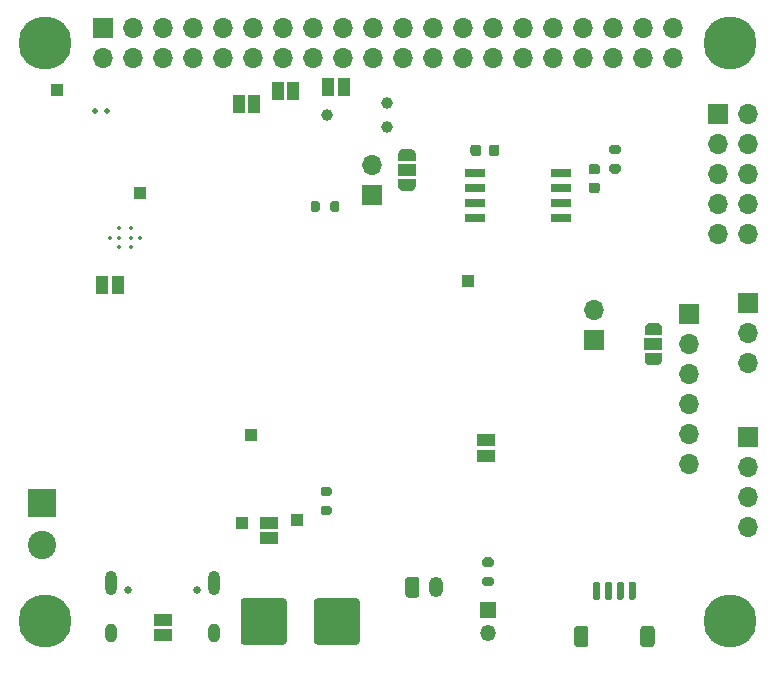
<source format=gbs>
G04 #@! TF.GenerationSoftware,KiCad,Pcbnew,(5.1.8)-1*
G04 #@! TF.CreationDate,2021-01-09T19:37:44-08:00*
G04 #@! TF.ProjectId,SuperPower-RPi-KiCAD,53757065-7250-46f7-9765-722d5250692d,rev?*
G04 #@! TF.SameCoordinates,Original*
G04 #@! TF.FileFunction,Soldermask,Bot*
G04 #@! TF.FilePolarity,Negative*
%FSLAX46Y46*%
G04 Gerber Fmt 4.6, Leading zero omitted, Abs format (unit mm)*
G04 Created by KiCad (PCBNEW (5.1.8)-1) date 2021-01-09 19:37:44*
%MOMM*%
%LPD*%
G01*
G04 APERTURE LIST*
%ADD10R,1.500000X1.000000*%
%ADD11R,1.000000X1.500000*%
%ADD12R,1.000000X1.000000*%
%ADD13O,1.200000X1.750000*%
%ADD14C,0.500000*%
%ADD15C,0.100000*%
%ADD16O,1.700000X1.700000*%
%ADD17R,1.700000X1.700000*%
%ADD18C,0.350000*%
%ADD19C,2.400000*%
%ADD20R,2.400000X2.400000*%
%ADD21R,1.700000X0.650000*%
%ADD22C,4.500000*%
%ADD23C,3.100000*%
%ADD24O,1.000000X2.100000*%
%ADD25C,0.650000*%
%ADD26O,1.000000X1.600000*%
%ADD27C,0.990600*%
%ADD28O,1.350000X1.350000*%
%ADD29R,1.350000X1.350000*%
G04 APERTURE END LIST*
D10*
X63470000Y-104160000D03*
X63470000Y-102860000D03*
D11*
X77470000Y-57730000D03*
X78770000Y-57730000D03*
X73220000Y-58100000D03*
X74520000Y-58100000D03*
X69900000Y-59180000D03*
X71200000Y-59180000D03*
D12*
X89290000Y-74130000D03*
X54540000Y-58020000D03*
G36*
G01*
X89515000Y-63360000D02*
X89515000Y-62860000D01*
G75*
G02*
X89740000Y-62635000I225000J0D01*
G01*
X90190000Y-62635000D01*
G75*
G02*
X90415000Y-62860000I0J-225000D01*
G01*
X90415000Y-63360000D01*
G75*
G02*
X90190000Y-63585000I-225000J0D01*
G01*
X89740000Y-63585000D01*
G75*
G02*
X89515000Y-63360000I0J225000D01*
G01*
G37*
G36*
G01*
X91065000Y-63360000D02*
X91065000Y-62860000D01*
G75*
G02*
X91290000Y-62635000I225000J0D01*
G01*
X91740000Y-62635000D01*
G75*
G02*
X91965000Y-62860000I0J-225000D01*
G01*
X91965000Y-63360000D01*
G75*
G02*
X91740000Y-63585000I-225000J0D01*
G01*
X91290000Y-63585000D01*
G75*
G02*
X91065000Y-63360000I0J225000D01*
G01*
G37*
D13*
X86600000Y-100100000D03*
G36*
G01*
X84000000Y-100725001D02*
X84000000Y-99474999D01*
G75*
G02*
X84249999Y-99225000I249999J0D01*
G01*
X84950001Y-99225000D01*
G75*
G02*
X85200000Y-99474999I0J-249999D01*
G01*
X85200000Y-100725001D01*
G75*
G02*
X84950001Y-100975000I-249999J0D01*
G01*
X84249999Y-100975000D01*
G75*
G02*
X84000000Y-100725001I0J249999D01*
G01*
G37*
D12*
X70900000Y-87200000D03*
D14*
X57750000Y-59750000D03*
X58750000Y-59750000D03*
D15*
G36*
X104260000Y-78750000D02*
G01*
X104260000Y-78200000D01*
X104260602Y-78200000D01*
X104260602Y-78175466D01*
X104265412Y-78126635D01*
X104274984Y-78078510D01*
X104289228Y-78031555D01*
X104308005Y-77986222D01*
X104331136Y-77942949D01*
X104358396Y-77902150D01*
X104389524Y-77864221D01*
X104424221Y-77829524D01*
X104462150Y-77798396D01*
X104502949Y-77771136D01*
X104546222Y-77748005D01*
X104591555Y-77729228D01*
X104638510Y-77714984D01*
X104686635Y-77705412D01*
X104735466Y-77700602D01*
X104760000Y-77700602D01*
X104760000Y-77700000D01*
X105260000Y-77700000D01*
X105260000Y-77700602D01*
X105284534Y-77700602D01*
X105333365Y-77705412D01*
X105381490Y-77714984D01*
X105428445Y-77729228D01*
X105473778Y-77748005D01*
X105517051Y-77771136D01*
X105557850Y-77798396D01*
X105595779Y-77829524D01*
X105630476Y-77864221D01*
X105661604Y-77902150D01*
X105688864Y-77942949D01*
X105711995Y-77986222D01*
X105730772Y-78031555D01*
X105745016Y-78078510D01*
X105754588Y-78126635D01*
X105759398Y-78175466D01*
X105759398Y-78200000D01*
X105760000Y-78200000D01*
X105760000Y-78750000D01*
X104260000Y-78750000D01*
G37*
D10*
X105010000Y-79500000D03*
D15*
G36*
X105759398Y-80800000D02*
G01*
X105759398Y-80824534D01*
X105754588Y-80873365D01*
X105745016Y-80921490D01*
X105730772Y-80968445D01*
X105711995Y-81013778D01*
X105688864Y-81057051D01*
X105661604Y-81097850D01*
X105630476Y-81135779D01*
X105595779Y-81170476D01*
X105557850Y-81201604D01*
X105517051Y-81228864D01*
X105473778Y-81251995D01*
X105428445Y-81270772D01*
X105381490Y-81285016D01*
X105333365Y-81294588D01*
X105284534Y-81299398D01*
X105260000Y-81299398D01*
X105260000Y-81300000D01*
X104760000Y-81300000D01*
X104760000Y-81299398D01*
X104735466Y-81299398D01*
X104686635Y-81294588D01*
X104638510Y-81285016D01*
X104591555Y-81270772D01*
X104546222Y-81251995D01*
X104502949Y-81228864D01*
X104462150Y-81201604D01*
X104424221Y-81170476D01*
X104389524Y-81135779D01*
X104358396Y-81097850D01*
X104331136Y-81057051D01*
X104308005Y-81013778D01*
X104289228Y-80968445D01*
X104274984Y-80921490D01*
X104265412Y-80873365D01*
X104260602Y-80824534D01*
X104260602Y-80800000D01*
X104260000Y-80800000D01*
X104260000Y-80250000D01*
X105760000Y-80250000D01*
X105760000Y-80800000D01*
X105759398Y-80800000D01*
G37*
G36*
X84880000Y-65530000D02*
G01*
X84880000Y-66080000D01*
X84879398Y-66080000D01*
X84879398Y-66104534D01*
X84874588Y-66153365D01*
X84865016Y-66201490D01*
X84850772Y-66248445D01*
X84831995Y-66293778D01*
X84808864Y-66337051D01*
X84781604Y-66377850D01*
X84750476Y-66415779D01*
X84715779Y-66450476D01*
X84677850Y-66481604D01*
X84637051Y-66508864D01*
X84593778Y-66531995D01*
X84548445Y-66550772D01*
X84501490Y-66565016D01*
X84453365Y-66574588D01*
X84404534Y-66579398D01*
X84380000Y-66579398D01*
X84380000Y-66580000D01*
X83880000Y-66580000D01*
X83880000Y-66579398D01*
X83855466Y-66579398D01*
X83806635Y-66574588D01*
X83758510Y-66565016D01*
X83711555Y-66550772D01*
X83666222Y-66531995D01*
X83622949Y-66508864D01*
X83582150Y-66481604D01*
X83544221Y-66450476D01*
X83509524Y-66415779D01*
X83478396Y-66377850D01*
X83451136Y-66337051D01*
X83428005Y-66293778D01*
X83409228Y-66248445D01*
X83394984Y-66201490D01*
X83385412Y-66153365D01*
X83380602Y-66104534D01*
X83380602Y-66080000D01*
X83380000Y-66080000D01*
X83380000Y-65530000D01*
X84880000Y-65530000D01*
G37*
D10*
X84130000Y-64780000D03*
D15*
G36*
X83380602Y-63480000D02*
G01*
X83380602Y-63455466D01*
X83385412Y-63406635D01*
X83394984Y-63358510D01*
X83409228Y-63311555D01*
X83428005Y-63266222D01*
X83451136Y-63222949D01*
X83478396Y-63182150D01*
X83509524Y-63144221D01*
X83544221Y-63109524D01*
X83582150Y-63078396D01*
X83622949Y-63051136D01*
X83666222Y-63028005D01*
X83711555Y-63009228D01*
X83758510Y-62994984D01*
X83806635Y-62985412D01*
X83855466Y-62980602D01*
X83880000Y-62980602D01*
X83880000Y-62980000D01*
X84380000Y-62980000D01*
X84380000Y-62980602D01*
X84404534Y-62980602D01*
X84453365Y-62985412D01*
X84501490Y-62994984D01*
X84548445Y-63009228D01*
X84593778Y-63028005D01*
X84637051Y-63051136D01*
X84677850Y-63078396D01*
X84715779Y-63109524D01*
X84750476Y-63144221D01*
X84781604Y-63182150D01*
X84808864Y-63222949D01*
X84831995Y-63266222D01*
X84850772Y-63311555D01*
X84865016Y-63358510D01*
X84874588Y-63406635D01*
X84879398Y-63455466D01*
X84879398Y-63480000D01*
X84880000Y-63480000D01*
X84880000Y-64030000D01*
X83380000Y-64030000D01*
X83380000Y-63480000D01*
X83380602Y-63480000D01*
G37*
D16*
X108000000Y-89700000D03*
X108000000Y-87160000D03*
X108000000Y-84620000D03*
X108000000Y-82080000D03*
X108000000Y-79540000D03*
D17*
X108000000Y-77000000D03*
D16*
X113040000Y-70160000D03*
X110500000Y-70160000D03*
X113040000Y-67620000D03*
X110500000Y-67620000D03*
X113040000Y-65080000D03*
X110500000Y-65080000D03*
X113040000Y-62540000D03*
X110500000Y-62540000D03*
X113040000Y-60000000D03*
D17*
X110500000Y-60000000D03*
D12*
X61500000Y-66700000D03*
D18*
X58975000Y-70500000D03*
X61525000Y-70500000D03*
X59725000Y-69725000D03*
X59725000Y-71275000D03*
X59725000Y-70500000D03*
X60775000Y-69725000D03*
X60775000Y-71275000D03*
X60775000Y-70500000D03*
D17*
X99950000Y-79200000D03*
D16*
X99950000Y-76660000D03*
D12*
X74800000Y-94400000D03*
X70160000Y-94670000D03*
G36*
G01*
X102025000Y-63425000D02*
X101475000Y-63425000D01*
G75*
G02*
X101275000Y-63225000I0J200000D01*
G01*
X101275000Y-62825000D01*
G75*
G02*
X101475000Y-62625000I200000J0D01*
G01*
X102025000Y-62625000D01*
G75*
G02*
X102225000Y-62825000I0J-200000D01*
G01*
X102225000Y-63225000D01*
G75*
G02*
X102025000Y-63425000I-200000J0D01*
G01*
G37*
G36*
G01*
X102025000Y-65075000D02*
X101475000Y-65075000D01*
G75*
G02*
X101275000Y-64875000I0J200000D01*
G01*
X101275000Y-64475000D01*
G75*
G02*
X101475000Y-64275000I200000J0D01*
G01*
X102025000Y-64275000D01*
G75*
G02*
X102225000Y-64475000I0J-200000D01*
G01*
X102225000Y-64875000D01*
G75*
G02*
X102025000Y-65075000I-200000J0D01*
G01*
G37*
G36*
G01*
X90725000Y-99225000D02*
X91275000Y-99225000D01*
G75*
G02*
X91475000Y-99425000I0J-200000D01*
G01*
X91475000Y-99825000D01*
G75*
G02*
X91275000Y-100025000I-200000J0D01*
G01*
X90725000Y-100025000D01*
G75*
G02*
X90525000Y-99825000I0J200000D01*
G01*
X90525000Y-99425000D01*
G75*
G02*
X90725000Y-99225000I200000J0D01*
G01*
G37*
G36*
G01*
X90725000Y-97575000D02*
X91275000Y-97575000D01*
G75*
G02*
X91475000Y-97775000I0J-200000D01*
G01*
X91475000Y-98175000D01*
G75*
G02*
X91275000Y-98375000I-200000J0D01*
G01*
X90725000Y-98375000D01*
G75*
G02*
X90525000Y-98175000I0J200000D01*
G01*
X90525000Y-97775000D01*
G75*
G02*
X90725000Y-97575000I200000J0D01*
G01*
G37*
D10*
X90850000Y-88950000D03*
X90850000Y-87650000D03*
X72500000Y-94650000D03*
X72500000Y-95950000D03*
D11*
X59650000Y-74500000D03*
X58350000Y-74500000D03*
G36*
G01*
X99500000Y-103624999D02*
X99500000Y-104925001D01*
G75*
G02*
X99250001Y-105175000I-249999J0D01*
G01*
X98549999Y-105175000D01*
G75*
G02*
X98300000Y-104925001I0J249999D01*
G01*
X98300000Y-103624999D01*
G75*
G02*
X98549999Y-103375000I249999J0D01*
G01*
X99250001Y-103375000D01*
G75*
G02*
X99500000Y-103624999I0J-249999D01*
G01*
G37*
G36*
G01*
X105100000Y-103624999D02*
X105100000Y-104925001D01*
G75*
G02*
X104850001Y-105175000I-249999J0D01*
G01*
X104149999Y-105175000D01*
G75*
G02*
X103900000Y-104925001I0J249999D01*
G01*
X103900000Y-103624999D01*
G75*
G02*
X104149999Y-103375000I249999J0D01*
G01*
X104850001Y-103375000D01*
G75*
G02*
X105100000Y-103624999I0J-249999D01*
G01*
G37*
G36*
G01*
X100500000Y-99775000D02*
X100500000Y-101025000D01*
G75*
G02*
X100350000Y-101175000I-150000J0D01*
G01*
X100050000Y-101175000D01*
G75*
G02*
X99900000Y-101025000I0J150000D01*
G01*
X99900000Y-99775000D01*
G75*
G02*
X100050000Y-99625000I150000J0D01*
G01*
X100350000Y-99625000D01*
G75*
G02*
X100500000Y-99775000I0J-150000D01*
G01*
G37*
G36*
G01*
X101500000Y-99775000D02*
X101500000Y-101025000D01*
G75*
G02*
X101350000Y-101175000I-150000J0D01*
G01*
X101050000Y-101175000D01*
G75*
G02*
X100900000Y-101025000I0J150000D01*
G01*
X100900000Y-99775000D01*
G75*
G02*
X101050000Y-99625000I150000J0D01*
G01*
X101350000Y-99625000D01*
G75*
G02*
X101500000Y-99775000I0J-150000D01*
G01*
G37*
G36*
G01*
X102500000Y-99775000D02*
X102500000Y-101025000D01*
G75*
G02*
X102350000Y-101175000I-150000J0D01*
G01*
X102050000Y-101175000D01*
G75*
G02*
X101900000Y-101025000I0J150000D01*
G01*
X101900000Y-99775000D01*
G75*
G02*
X102050000Y-99625000I150000J0D01*
G01*
X102350000Y-99625000D01*
G75*
G02*
X102500000Y-99775000I0J-150000D01*
G01*
G37*
G36*
G01*
X103500000Y-99775000D02*
X103500000Y-101025000D01*
G75*
G02*
X103350000Y-101175000I-150000J0D01*
G01*
X103050000Y-101175000D01*
G75*
G02*
X102900000Y-101025000I0J150000D01*
G01*
X102900000Y-99775000D01*
G75*
G02*
X103050000Y-99625000I150000J0D01*
G01*
X103350000Y-99625000D01*
G75*
G02*
X103500000Y-99775000I0J-150000D01*
G01*
G37*
D16*
X113000000Y-95000000D03*
X113000000Y-92460000D03*
X113000000Y-89920000D03*
D17*
X113000000Y-87380000D03*
G36*
G01*
X100256250Y-65150000D02*
X99743750Y-65150000D01*
G75*
G02*
X99525000Y-64931250I0J218750D01*
G01*
X99525000Y-64493750D01*
G75*
G02*
X99743750Y-64275000I218750J0D01*
G01*
X100256250Y-64275000D01*
G75*
G02*
X100475000Y-64493750I0J-218750D01*
G01*
X100475000Y-64931250D01*
G75*
G02*
X100256250Y-65150000I-218750J0D01*
G01*
G37*
G36*
G01*
X100256250Y-66725000D02*
X99743750Y-66725000D01*
G75*
G02*
X99525000Y-66506250I0J218750D01*
G01*
X99525000Y-66068750D01*
G75*
G02*
X99743750Y-65850000I218750J0D01*
G01*
X100256250Y-65850000D01*
G75*
G02*
X100475000Y-66068750I0J-218750D01*
G01*
X100475000Y-66506250D01*
G75*
G02*
X100256250Y-66725000I-218750J0D01*
G01*
G37*
D19*
X53250000Y-96500000D03*
D20*
X53250000Y-93000000D03*
D21*
X89870000Y-64995000D03*
X89870000Y-66265000D03*
X89870000Y-67535000D03*
X89870000Y-68805000D03*
X97170000Y-68805000D03*
X97170000Y-67535000D03*
X97170000Y-66265000D03*
X97170000Y-64995000D03*
D16*
X81200000Y-64360000D03*
D17*
X81200000Y-66900000D03*
D22*
X111500000Y-103000000D03*
D23*
X111500000Y-103000000D03*
D22*
X53500000Y-103000000D03*
D23*
X53500000Y-103000000D03*
D22*
X111500000Y-54000000D03*
D23*
X111500000Y-54000000D03*
D22*
X53500000Y-54000000D03*
D23*
X53500000Y-54000000D03*
G36*
G01*
X70050000Y-104699999D02*
X70050000Y-101300001D01*
G75*
G02*
X70300001Y-101050000I250001J0D01*
G01*
X73699999Y-101050000D01*
G75*
G02*
X73950000Y-101300001I0J-250001D01*
G01*
X73950000Y-104699999D01*
G75*
G02*
X73699999Y-104950000I-250001J0D01*
G01*
X70300001Y-104950000D01*
G75*
G02*
X70050000Y-104699999I0J250001D01*
G01*
G37*
G36*
G01*
X76250000Y-104699999D02*
X76250000Y-101300001D01*
G75*
G02*
X76500001Y-101050000I250001J0D01*
G01*
X79899999Y-101050000D01*
G75*
G02*
X80150000Y-101300001I0J-250001D01*
G01*
X80150000Y-104699999D01*
G75*
G02*
X79899999Y-104950000I-250001J0D01*
G01*
X76500001Y-104950000D01*
G75*
G02*
X76250000Y-104699999I0J250001D01*
G01*
G37*
G36*
G01*
X78425000Y-67575000D02*
X78425000Y-68125000D01*
G75*
G02*
X78225000Y-68325000I-200000J0D01*
G01*
X77825000Y-68325000D01*
G75*
G02*
X77625000Y-68125000I0J200000D01*
G01*
X77625000Y-67575000D01*
G75*
G02*
X77825000Y-67375000I200000J0D01*
G01*
X78225000Y-67375000D01*
G75*
G02*
X78425000Y-67575000I0J-200000D01*
G01*
G37*
G36*
G01*
X76775000Y-67575000D02*
X76775000Y-68125000D01*
G75*
G02*
X76575000Y-68325000I-200000J0D01*
G01*
X76175000Y-68325000D01*
G75*
G02*
X75975000Y-68125000I0J200000D01*
G01*
X75975000Y-67575000D01*
G75*
G02*
X76175000Y-67375000I200000J0D01*
G01*
X76575000Y-67375000D01*
G75*
G02*
X76775000Y-67575000I0J-200000D01*
G01*
G37*
G36*
G01*
X77575000Y-92375000D02*
X77025000Y-92375000D01*
G75*
G02*
X76825000Y-92175000I0J200000D01*
G01*
X76825000Y-91775000D01*
G75*
G02*
X77025000Y-91575000I200000J0D01*
G01*
X77575000Y-91575000D01*
G75*
G02*
X77775000Y-91775000I0J-200000D01*
G01*
X77775000Y-92175000D01*
G75*
G02*
X77575000Y-92375000I-200000J0D01*
G01*
G37*
G36*
G01*
X77575000Y-94025000D02*
X77025000Y-94025000D01*
G75*
G02*
X76825000Y-93825000I0J200000D01*
G01*
X76825000Y-93425000D01*
G75*
G02*
X77025000Y-93225000I200000J0D01*
G01*
X77575000Y-93225000D01*
G75*
G02*
X77775000Y-93425000I0J-200000D01*
G01*
X77775000Y-93825000D01*
G75*
G02*
X77575000Y-94025000I-200000J0D01*
G01*
G37*
D16*
X113000000Y-81080000D03*
X113000000Y-78540000D03*
D17*
X113000000Y-76000000D03*
D24*
X67760000Y-99770000D03*
X59120000Y-99770000D03*
D25*
X60550000Y-100300000D03*
D26*
X59120000Y-103950000D03*
D25*
X66330000Y-100300000D03*
D26*
X67760000Y-103950000D03*
D27*
X77360000Y-60100000D03*
X82440000Y-61116000D03*
X82440000Y-59084000D03*
D28*
X91000000Y-104000000D03*
D29*
X91000000Y-102000000D03*
D16*
X106630000Y-55270000D03*
X106630000Y-52730000D03*
X104090000Y-55270000D03*
X104090000Y-52730000D03*
X101550000Y-55270000D03*
X101550000Y-52730000D03*
X99010000Y-55270000D03*
X99010000Y-52730000D03*
X96470000Y-55270000D03*
X96470000Y-52730000D03*
X93930000Y-55270000D03*
X93930000Y-52730000D03*
X91390000Y-55270000D03*
X91390000Y-52730000D03*
X88850000Y-55270000D03*
X88850000Y-52730000D03*
X86310000Y-55270000D03*
X86310000Y-52730000D03*
X83770000Y-55270000D03*
X83770000Y-52730000D03*
X81230000Y-55270000D03*
X81230000Y-52730000D03*
X78690000Y-55270000D03*
X78690000Y-52730000D03*
X76150000Y-55270000D03*
X76150000Y-52730000D03*
X73610000Y-55270000D03*
X73610000Y-52730000D03*
X71070000Y-55270000D03*
X71070000Y-52730000D03*
X68530000Y-55270000D03*
X68530000Y-52730000D03*
X65990000Y-55270000D03*
X65990000Y-52730000D03*
X63450000Y-55270000D03*
X63450000Y-52730000D03*
X60910000Y-55270000D03*
X60910000Y-52730000D03*
X58370000Y-55270000D03*
D17*
X58370000Y-52730000D03*
M02*

</source>
